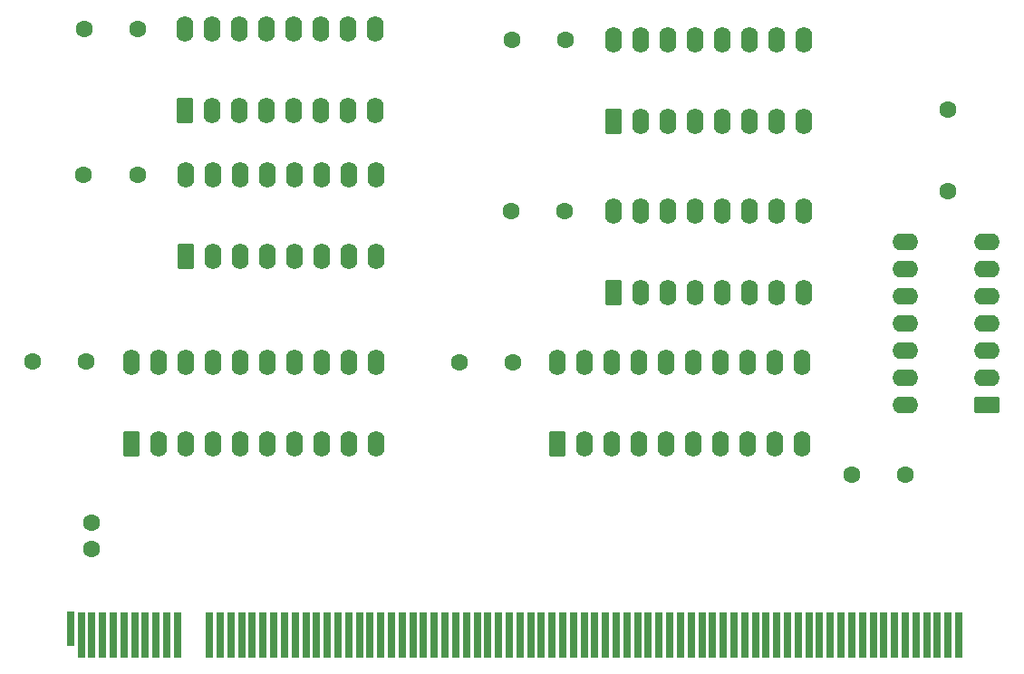
<source format=gbr>
%TF.GenerationSoftware,KiCad,Pcbnew,9.0.5*%
%TF.CreationDate,2025-11-19T18:17:22+02:00*%
%TF.ProjectId,pc,70632e6b-6963-4616-945f-706362585858,rev?*%
%TF.SameCoordinates,Original*%
%TF.FileFunction,Soldermask,Bot*%
%TF.FilePolarity,Negative*%
%FSLAX46Y46*%
G04 Gerber Fmt 4.6, Leading zero omitted, Abs format (unit mm)*
G04 Created by KiCad (PCBNEW 9.0.5) date 2025-11-19 18:17:22*
%MOMM*%
%LPD*%
G01*
G04 APERTURE LIST*
G04 Aperture macros list*
%AMRoundRect*
0 Rectangle with rounded corners*
0 $1 Rounding radius*
0 $2 $3 $4 $5 $6 $7 $8 $9 X,Y pos of 4 corners*
0 Add a 4 corners polygon primitive as box body*
4,1,4,$2,$3,$4,$5,$6,$7,$8,$9,$2,$3,0*
0 Add four circle primitives for the rounded corners*
1,1,$1+$1,$2,$3*
1,1,$1+$1,$4,$5*
1,1,$1+$1,$6,$7*
1,1,$1+$1,$8,$9*
0 Add four rect primitives between the rounded corners*
20,1,$1+$1,$2,$3,$4,$5,0*
20,1,$1+$1,$4,$5,$6,$7,0*
20,1,$1+$1,$6,$7,$8,$9,0*
20,1,$1+$1,$8,$9,$2,$3,0*%
G04 Aperture macros list end*
%ADD10C,1.600000*%
%ADD11R,0.700000X3.200000*%
%ADD12R,0.700000X4.300000*%
%ADD13RoundRect,0.250000X0.550000X-0.950000X0.550000X0.950000X-0.550000X0.950000X-0.550000X-0.950000X0*%
%ADD14O,1.600000X2.400000*%
%ADD15RoundRect,0.250000X0.950000X0.550000X-0.950000X0.550000X-0.950000X-0.550000X0.950000X-0.550000X0*%
%ADD16O,2.400000X1.600000*%
G04 APERTURE END LIST*
D10*
%TO.C,C3*%
X111000000Y-104475735D03*
X116000000Y-104475735D03*
%TD*%
%TO.C,C2*%
X150850000Y-104495735D03*
X155850000Y-104495735D03*
%TD*%
%TO.C,C8*%
X192500000Y-115050000D03*
X187500000Y-115050000D03*
%TD*%
%TO.C,C4*%
X155710000Y-90380000D03*
X160710000Y-90380000D03*
%TD*%
%TO.C,R1*%
X196500000Y-88510000D03*
X196500000Y-80890000D03*
%TD*%
D11*
%TO.C,BC1*%
X114500000Y-129450000D03*
D12*
X115500000Y-130000000D03*
X116500000Y-130000000D03*
X117500000Y-130000000D03*
X118500000Y-130000000D03*
X119500000Y-130000000D03*
X120500000Y-130000000D03*
X121500000Y-130000000D03*
X122500000Y-130000000D03*
X123500000Y-130000000D03*
X124500000Y-130000000D03*
X127500000Y-130000000D03*
X128500000Y-130000000D03*
X129500000Y-130000000D03*
X130500000Y-130000000D03*
X131500000Y-130000000D03*
X132500000Y-130000000D03*
X133500000Y-130000000D03*
X134500000Y-130000000D03*
X135500000Y-130000000D03*
X136500000Y-130000000D03*
X137500000Y-130000000D03*
X138500000Y-130000000D03*
X139500000Y-130000000D03*
X140500000Y-130000000D03*
X141500000Y-130000000D03*
X142500000Y-130000000D03*
X143500000Y-130000000D03*
X144500000Y-130000000D03*
X145500000Y-130000000D03*
X146500000Y-130000000D03*
X147500000Y-130000000D03*
X148500000Y-130000000D03*
X149500000Y-130000000D03*
X150500000Y-130000000D03*
X151500000Y-130000000D03*
X152500000Y-130000000D03*
X153500000Y-130000000D03*
X154500000Y-130000000D03*
X155500000Y-130000000D03*
X156500000Y-130000000D03*
X157500000Y-130000000D03*
X158500000Y-130000000D03*
X159500000Y-130000000D03*
X160500000Y-130000000D03*
X161500000Y-130000000D03*
X162500000Y-130000000D03*
X163500000Y-130000000D03*
X164500000Y-130000000D03*
X165500000Y-130000000D03*
X166500000Y-130000000D03*
X167500000Y-130000000D03*
X168500000Y-130000000D03*
X169500000Y-130000000D03*
X170500000Y-130000000D03*
X171500000Y-130000000D03*
X172500000Y-130000000D03*
X173500000Y-130000000D03*
X174500000Y-130000000D03*
X175500000Y-130000000D03*
X176500000Y-130000000D03*
X177500000Y-130000000D03*
X178500000Y-130000000D03*
X179500000Y-130000000D03*
X180500000Y-130000000D03*
X181500000Y-130000000D03*
X182500000Y-130000000D03*
X183500000Y-130000000D03*
X184500000Y-130000000D03*
X185500000Y-130000000D03*
X186500000Y-130000000D03*
X187500000Y-130000000D03*
X188500000Y-130000000D03*
X189500000Y-130000000D03*
X190500000Y-130000000D03*
X191500000Y-130000000D03*
X192500000Y-130000000D03*
X193500000Y-130000000D03*
X194500000Y-130000000D03*
X195500000Y-130000000D03*
X196500000Y-130000000D03*
X197500000Y-130000000D03*
%TD*%
D13*
%TO.C,U5*%
X165220000Y-98000000D03*
D14*
X167760000Y-98000000D03*
X170300000Y-98000000D03*
X172840000Y-98000000D03*
X175380000Y-98000000D03*
X177920000Y-98000000D03*
X180460000Y-98000000D03*
X183000000Y-98000000D03*
X183000000Y-90380000D03*
X180460000Y-90380000D03*
X177920000Y-90380000D03*
X175380000Y-90380000D03*
X172840000Y-90380000D03*
X170300000Y-90380000D03*
X167760000Y-90380000D03*
X165220000Y-90380000D03*
%TD*%
D15*
%TO.C,U1*%
X200120000Y-108500000D03*
D16*
X200120000Y-105960000D03*
X200120000Y-103420000D03*
X200120000Y-100880000D03*
X200120000Y-98340000D03*
X200120000Y-95800000D03*
X200120000Y-93260000D03*
X192500000Y-93260000D03*
X192500000Y-95800000D03*
X192500000Y-98340000D03*
X192500000Y-100880000D03*
X192500000Y-103420000D03*
X192500000Y-105960000D03*
X192500000Y-108500000D03*
%TD*%
D10*
%TO.C,C6*%
X155760000Y-74380000D03*
X160760000Y-74380000D03*
%TD*%
%TO.C,C5*%
X115750000Y-87000000D03*
X120750000Y-87000000D03*
%TD*%
D13*
%TO.C,U7*%
X120180000Y-112115735D03*
D14*
X122720000Y-112115735D03*
X125260000Y-112115735D03*
X127800000Y-112115735D03*
X130340000Y-112115735D03*
X132880000Y-112115735D03*
X135420000Y-112115735D03*
X137960000Y-112115735D03*
X140500000Y-112115735D03*
X143040000Y-112115735D03*
X143040000Y-104495735D03*
X140500000Y-104495735D03*
X137960000Y-104495735D03*
X135420000Y-104495735D03*
X132880000Y-104495735D03*
X130340000Y-104495735D03*
X127800000Y-104495735D03*
X125260000Y-104495735D03*
X122720000Y-104495735D03*
X120180000Y-104495735D03*
%TD*%
D13*
%TO.C,U6*%
X159992254Y-112135735D03*
D14*
X162532254Y-112135735D03*
X165072254Y-112135735D03*
X167612254Y-112135735D03*
X170152254Y-112135735D03*
X172692254Y-112135735D03*
X175232254Y-112135735D03*
X177772254Y-112135735D03*
X180312254Y-112135735D03*
X182852254Y-112135735D03*
X182852254Y-104515735D03*
X180312254Y-104515735D03*
X177772254Y-104515735D03*
X175232254Y-104515735D03*
X172692254Y-104515735D03*
X170152254Y-104515735D03*
X167612254Y-104515735D03*
X165072254Y-104515735D03*
X162532254Y-104515735D03*
X159992254Y-104515735D03*
%TD*%
D10*
%TO.C,C7*%
X120760000Y-73380000D03*
X115760000Y-73380000D03*
%TD*%
D13*
%TO.C,U2*%
X125220000Y-81000000D03*
D14*
X127760000Y-81000000D03*
X130300000Y-81000000D03*
X132840000Y-81000000D03*
X135380000Y-81000000D03*
X137920000Y-81000000D03*
X140460000Y-81000000D03*
X143000000Y-81000000D03*
X143000000Y-73380000D03*
X140460000Y-73380000D03*
X137920000Y-73380000D03*
X135380000Y-73380000D03*
X132840000Y-73380000D03*
X130300000Y-73380000D03*
X127760000Y-73380000D03*
X125220000Y-73380000D03*
%TD*%
D13*
%TO.C,U3*%
X125260000Y-94620000D03*
D14*
X127800000Y-94620000D03*
X130340000Y-94620000D03*
X132880000Y-94620000D03*
X135420000Y-94620000D03*
X137960000Y-94620000D03*
X140500000Y-94620000D03*
X143040000Y-94620000D03*
X143040000Y-87000000D03*
X140500000Y-87000000D03*
X137960000Y-87000000D03*
X135420000Y-87000000D03*
X132880000Y-87000000D03*
X130340000Y-87000000D03*
X127800000Y-87000000D03*
X125260000Y-87000000D03*
%TD*%
D13*
%TO.C,U4*%
X165220000Y-82000000D03*
D14*
X167760000Y-82000000D03*
X170300000Y-82000000D03*
X172840000Y-82000000D03*
X175380000Y-82000000D03*
X177920000Y-82000000D03*
X180460000Y-82000000D03*
X183000000Y-82000000D03*
X183000000Y-74380000D03*
X180460000Y-74380000D03*
X177920000Y-74380000D03*
X175380000Y-74380000D03*
X172840000Y-74380000D03*
X170300000Y-74380000D03*
X167760000Y-74380000D03*
X165220000Y-74380000D03*
%TD*%
D10*
%TO.C,C1*%
X116500000Y-121989010D03*
X116500000Y-119489010D03*
%TD*%
M02*

</source>
